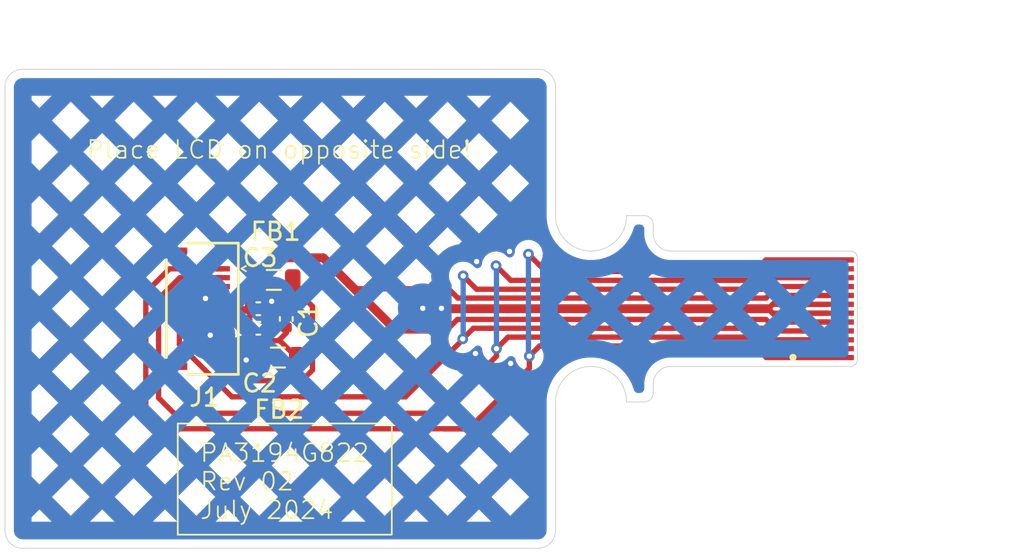
<source format=kicad_pcb>
(kicad_pcb (version 20240108) (generator "pcbnew") (generator_version "8.0")
  (title_block (title "Daughterboard") (date "2024-07-26") (rev "2"))
  (layers (0 "F.Cu" signal) (31 "B.Cu" signal) (34 "B.Paste" user) (35 "F.Paste" user) (36 "B.SilkS" user "B.Silkscreen") (37 "F.SilkS" user "F.Silkscreen") (38 "B.Mask" user) (39 "F.Mask" user) (44 "Edge.Cuts" user))
  (net 0 "")
  (net 1 "/VDDA")
  (net 2 "/VSSA")
  (net 3 "GND")
  (net 4 "/VDD")
  (net 5 "/SPI_CS")
  (net 6 "/SPI_SDI")
  (net 7 "/SPI_CLK")
  (footprint "Capacitor_SMD:C_0402_1005Metric" (layer "F.Cu") (at 118.265 101.1)
    (property "Reference" "C2" (at 0.075 3.1 0) (layer "F.SilkS"))
    (property "Value" "1u")
    (fp_line (start -0.107836 -0.36) (end 0.107836 -0.36) (stroke (width 0.12)) (layer "F.SilkS"))
    (fp_line (start -0.107836 0.36) (end 0.107836 0.36) (stroke (width 0.12)) (layer "F.SilkS"))
    (pad "1" smd roundrect (at -0.48 0) (size 0.56 0.62) (layers "F.Cu" "F.Paste" "F.Mask") (net 4 "/VDD"))
    (pad "2" smd roundrect (at 0.48 0) (size 0.56 0.62) (layers "F.Cu" "F.Paste" "F.Mask") (net 3 "GND"))
  )
  (footprint "Capacitor_SMD:C_0402_1005Metric" (layer "F.Cu") (at 119.84 100.575 90)
    (property "Reference" "C1" (at -0.1 1.25 -90) (layer "F.SilkS"))
    (property "Value" "1u")
    (fp_line (start -0.107836 -0.36) (end 0.107836 -0.36) (stroke (width 0.12)) (layer "F.SilkS"))
    (fp_line (start -0.107836 0.36) (end 0.107836 0.36) (stroke (width 0.12)) (layer "F.SilkS"))
    (pad "1" smd roundrect (at -0.48 0 90) (size 0.56 0.62) (layers "F.Cu" "F.Paste" "F.Mask") (net 2 "/VSSA"))
    (pad "2" smd roundrect (at 0.48 0 90) (size 0.56 0.62) (layers "F.Cu" "F.Paste" "F.Mask") (net 1 "/VDDA"))
  )
  (footprint "Inductor_SMD:L_0805_2012Metric" (layer "F.Cu") (at 119.14 98.375)
    (property "Reference" "FB1" (at 0.1 -2.725 0) (layer "F.SilkS"))
    (property "Value" "2k7")
    (fp_line (start -0.399622 -0.56) (end 0.399622 -0.56) (stroke (width 0.12)) (layer "F.SilkS"))
    (fp_line (start -0.399622 0.56) (end 0.399622 0.56) (stroke (width 0.12)) (layer "F.SilkS"))
    (pad "1" smd roundrect (at -1.0625 0) (size 0.875 1.2) (layers "F.Cu" "F.Paste" "F.Mask") (net 4 "/VDD"))
    (pad "2" smd roundrect (at 1.0625 0) (size 0.875 1.2) (layers "F.Cu" "F.Paste" "F.Mask") (net 1 "/VDDA"))
  )
  (footprint "Tundra_Connectors:Conn-FPC_Hirose-FH34SRJ-10S-0-5SH-50" (layer "F.Cu") (at 115.24 100 -90)
    (property "Reference" "J1" (at 5 0 180) (layer "F.SilkS"))
    (property "Value" "FH34SRJ-10S-0-5SH-50")
    (fp_line (start -2.762317 2.149624) (end 2.745517 2.149624) (stroke (width 0.1524)) (layer "F.SilkS"))
    (fp_line (start 3.7 0.95) (end 3.7 -1.9) (stroke (width 0.1524)) (layer "F.SilkS"))
    (fp_line (start -3.7 -1.9) (end -3.7 0.95) (stroke (width 0.1524)) (layer "F.SilkS"))
    (fp_line (start 3.7 -1.9) (end -3.7 -1.9) (stroke (width 0.1524)) (layer "F.SilkS"))
    (fp_line (start -2.26 -2.08) (end -2.11 -2.33) (stroke (width 0.1)) (layer "F.SilkS"))
    (fp_line (start -2.41 -2.33) (end -2.26 -2.08) (stroke (width 0.1)) (layer "F.SilkS"))
    (pad "1" smd rect (at -2.25 -1.025 270) (size 0.3 0.8) (layers "F.Cu" "F.Paste" "F.Mask") (net 7 "/SPI_CLK"))
    (pad "2" smd rect (at -1.75 -1.025 270) (size 0.3 0.8) (layers "F.Cu" "F.Paste" "F.Mask") (net 6 "/SPI_SDI"))
    (pad "3" smd rect (at -1.25 -1.025 270) (size 0.3 0.8) (layers "F.Cu" "F.Paste" "F.Mask") (net 5 "/SPI_CS"))
    (pad "4" smd rect (at -0.75 -1.025 270) (size 0.3 0.8) (layers "F.Cu" "F.Paste" "F.Mask") (net 3 "GND"))
    (pad "5" smd rect (at -0.25 -1.025 270) (size 0.3 0.8) (layers "F.Cu" "F.Paste" "F.Mask") (net 4 "/VDD"))
    (pad "6" smd rect (at 0.25 -1.025 270) (size 0.3 0.8) (layers "F.Cu" "F.Paste" "F.Mask") (net 1 "/VDDA"))
    (pad "7" smd rect (at 0.75 -1.025 270) (size 0.3 0.8) (layers "F.Cu" "F.Paste" "F.Mask") (net 4 "/VDD"))
    (pad "8" smd rect (at 1.25 -1.025 270) (size 0.3 0.8) (layers "F.Cu" "F.Paste" "F.Mask") (net 3 "GND"))
    (pad "9" smd rect (at 1.75 -1.025 270) (size 0.3 0.8) (layers "F.Cu" "F.Paste" "F.Mask") (net 3 "GND"))
    (pad "10" smd rect (at 2.25 -1.025 270) (size 0.3 0.8) (layers "F.Cu" "F.Paste" "F.Mask") (net 2 "/VSSA"))
    (pad "MP" smd rect (at -3.25 1.475 270) (size 0.4 1) (layers "F.Cu" "F.Paste" "F.Mask"))
    (pad "MP" smd rect (at 3.25 1.475 270) (size 0.4 1) (layers "F.Cu" "F.Paste" "F.Mask"))
  )
  (footprint "Inductor_SMD:L_0805_2012Metric" (layer "F.Cu") (at 119.365 102.75 180)
    (property "Reference" "FB2" (at -0.075 -2.925 180) (layer "F.SilkS"))
    (property "Value" "2k7")
    (fp_line (start -0.399622 0.56) (end 0.399622 0.56) (stroke (width 0.12)) (layer "F.SilkS"))
    (fp_line (start -0.399622 -0.56) (end 0.399622 -0.56) (stroke (width 0.12)) (layer "F.SilkS"))
    (pad "1" smd roundrect (at -1.0625 0 180) (size 0.875 1.2) (layers "F.Cu" "F.Paste" "F.Mask") (net 2 "/VSSA"))
    (pad "2" smd roundrect (at 1.0625 0 180) (size 0.875 1.2) (layers "F.Cu" "F.Paste" "F.Mask") (net 3 "GND"))
  )
  (footprint "Tundra_Connectors:Conn-FPC-CustomCable_01x12" (layer "F.Cu") (at 150.3 100 90)
    (property "Reference" "J2" (hide yes))
    (property "Value" "FPC-CustomCable_01x12")
    (fp_circle (center -2.74 -1.93) (end -2.64 -1.93) (stroke (width 0.2)) (fill none) (layer "F.SilkS"))
    (pad "1" smd rect (at -2.75 0 90) (size 0.3 3) (layers "F.Cu" "F.Paste" "F.Mask") (net 7 "/SPI_CLK"))
    (pad "2" smd rect (at -2.25 0 90) (size 0.3 3) (layers "F.Cu" "F.Paste" "F.Mask") (net 6 "/SPI_SDI"))
    (pad "3" smd rect (at -1.75 0 90) (size 0.3 3) (layers "F.Cu" "F.Paste" "F.Mask") (net 5 "/SPI_CS"))
    (pad "4" smd rect (at -1.25 0 90) (size 0.3 3) (layers "F.Cu" "F.Paste" "F.Mask") (net 4 "/VDD"))
    (pad "5" smd rect (at -0.75 0 90) (size 0.3 3) (layers "F.Cu" "F.Paste" "F.Mask") (net 3 "GND"))
    (pad "6" smd rect (at -0.25 0 90) (size 0.3 3) (layers "F.Cu" "F.Paste" "F.Mask") (net 3 "GND"))
    (pad "7" smd rect (at 0.25 0 90) (size 0.3 3) (layers "F.Cu" "F.Paste" "F.Mask") (net 3 "GND"))
    (pad "8" smd rect (at 0.75 0 90) (size 0.3 3) (layers "F.Cu" "F.Paste" "F.Mask") (net 3 "GND"))
    (pad "9" smd rect (at 1.25 0 90) (size 0.3 3) (layers "F.Cu" "F.Paste" "F.Mask") (net 4 "/VDD"))
    (pad "10" smd rect (at 1.75 0 90) (size 0.3 3) (layers "F.Cu" "F.Paste" "F.Mask") (net 5 "/SPI_CS"))
    (pad "11" smd rect (at 2.25 0 90) (size 0.3 3) (layers "F.Cu" "F.Paste" "F.Mask") (net 6 "/SPI_SDI"))
    (pad "12" smd rect (at 2.75 0 90) (size 0.3 3) (layers "F.Cu" "F.Paste" "F.Mask") (net 7 "/SPI_CLK"))
  )
  (footprint "Capacitor_SMD:C_0402_1005Metric" (layer "F.Cu") (at 118.265 100)
    (property "Reference" "C3" (at 0.1 -2.875 0) (layer "F.SilkS"))
    (property "Value" "560")
    (fp_line (start -0.107836 -0.36) (end 0.107836 -0.36) (stroke (width 0.12)) (layer "F.SilkS"))
    (fp_line (start -0.107836 0.36) (end 0.107836 0.36) (stroke (width 0.12)) (layer "F.SilkS"))
    (pad "1" smd roundrect (at -0.48 0) (size 0.56 0.62) (layers "F.Cu" "F.Paste" "F.Mask") (net 4 "/VDD"))
    (pad "2" smd roundrect (at 0.48 0) (size 0.56 0.62) (layers "F.Cu" "F.Paste" "F.Mask") (net 3 "GND"))
  )
  (gr_rect (start 113.73 106.4675) (end 125.78 112.7325) (stroke (width 0.1)) (fill none) (layer "F.SilkS"))
  (gr_arc (start 104 87.5) (mid 104.292893 86.792893) (end 105 86.5) (stroke (width 0.05)) (layer "Edge.Cuts"))
  (gr_arc (start 141.5 96.75) (mid 140.792893 96.457107) (end 140.5 95.75) (stroke (width 0.05)) (layer "Edge.Cuts"))
  (gr_line (start 141.5 96.75) (end 151.6 96.75) (stroke (width 0.05)) (layer "Edge.Cuts"))
  (gr_line (start 105 86.5) (end 134 86.5) (stroke (width 0.05)) (layer "Edge.Cuts"))
  (gr_line (start 135 112.5) (end 135 105.25) (stroke (width 0.05)) (layer "Edge.Cuts"))
  (gr_line (start 105 113.5) (end 134 113.5) (stroke (width 0.05)) (layer "Edge.Cuts"))
  (gr_arc (start 134 86.5) (mid 134.707107 86.792893) (end 135 87.5) (stroke (width 0.05)) (layer "Edge.Cuts"))
  (gr_arc (start 135 105.25) (mid 137 103.25) (end 139 105.25) (stroke (width 0.05)) (layer "Edge.Cuts"))
  (gr_line (start 152 97.15) (end 152 102.85) (stroke (width 0.05)) (layer "Edge.Cuts"))
  (gr_arc (start 140.5 104.25) (mid 140.792893 103.542893) (end 141.5 103.25) (stroke (width 0.05)) (layer "Edge.Cuts"))
  (gr_arc (start 135 112.5) (mid 134.707107 113.207107) (end 134 113.5) (stroke (width 0.05)) (layer "Edge.Cuts"))
  (gr_arc (start 151.6 96.75) (mid 151.882843 96.867157) (end 152 97.15) (stroke (width 0.05)) (layer "Edge.Cuts"))
  (gr_line (start 135 87.5) (end 135 94.75) (stroke (width 0.05)) (layer "Edge.Cuts"))
  (gr_arc (start 140 94.75) (mid 140.353553 94.896447) (end 140.5 95.25) (stroke (width 0.05)) (layer "Edge.Cuts"))
  (gr_line (start 141.5 103.25) (end 151.6 103.25) (stroke (width 0.05)) (layer "Edge.Cuts"))
  (gr_line (start 139 105.25) (end 140 105.25) (stroke (width 0.05)) (layer "Edge.Cuts"))
  (gr_arc (start 152 102.85) (mid 151.882843 103.132843) (end 151.6 103.25) (stroke (width 0.05)) (layer "Edge.Cuts"))
  (gr_line (start 140.5 95.25) (end 140.5 95.75) (stroke (width 0.05)) (layer "Edge.Cuts"))
  (gr_arc (start 140.5 104.75) (mid 140.353553 105.103553) (end 140 105.25) (stroke (width 0.05)) (layer "Edge.Cuts"))
  (gr_line (start 139 94.75) (end 140 94.75) (stroke (width 0.05)) (layer "Edge.Cuts"))
  (gr_line (start 104 87.5) (end 104 112.5) (stroke (width 0.05)) (layer "Edge.Cuts"))
  (gr_arc (start 105 113.5) (mid 104.292893 113.207107) (end 104 112.5) (stroke (width 0.05)) (layer "Edge.Cuts"))
  (gr_arc (start 139 94.75) (mid 137 96.75) (end 135 94.75) (stroke (width 0.05)) (layer "Edge.Cuts"))
  (gr_line (start 140.5 104.75) (end 140.5 104.25) (stroke (width 0.05)) (layer "Edge.Cuts"))
  (gr_text "Place LCD on opposite side!" (at 108.52 91.62 0) (layer "F.SilkS") (effects (font (size 1 1) (thickness 0.1)) (justify left bottom)))
  (gr_text "PA3194G822\nRev 02\nJuly 2024" (at 114.92 111.93 0) (layer "F.SilkS") (effects (font (size 1 1) (thickness 0.1)) (justify left bottom)))
  (segment (start 116.265 100.25) (end 115.02 100.25) (width 0.3) (layer "F.Cu") (net 1))
  (segment (start 115.02 100.25) (end 114.6 100.67) (width 0.3) (layer "F.Cu") (net 1))
  (segment (start 120.4275 99.0675) (end 120.4275 98.53) (width 0.3) (layer "F.Cu") (net 1))
  (segment (start 119.84 100.225) (end 119.84 99.655) (width 0.3) (layer "F.Cu") (net 1))
  (segment (start 114.6 100.67) (end 114.6 101.82) (width 0.3) (layer "F.Cu") (net 1))
  (segment (start 120.715 104.055) (end 121.315 103.455) (width 0.3) (layer "F.Cu") (net 1))
  (segment (start 121.315 103.455) (end 121.315 99.8675) (width 0.3) (layer "F.Cu") (net 1))
  (segment (start 119.84 99.655) (end 120.4275 99.0675) (width 0.3) (layer "F.Cu") (net 1))
  (segment (start 114.6 101.82) (end 116.835 104.055) (width 0.3) (layer "F.Cu") (net 1))
  (segment (start 116.835 104.055) (end 120.715 104.055) (width 0.3) (layer "F.Cu") (net 1))
  (segment (start 121.315 99.8675) (end 120.1275 98.68) (width 0.3) (layer "F.Cu") (net 1))
  (segment (start 119.84 101.3675) (end 119.48375 101.72375) (width 0.3) (layer "F.Cu") (net 2))
  (segment (start 119.4075 101.8) (end 119.48375 101.72375) (width 0.3) (layer "F.Cu") (net 2))
  (segment (start 116.265 102.25) (end 116.91 102.25) (width 0.3) (layer "F.Cu") (net 2))
  (segment (start 117.36 101.8) (end 119.4075 101.8) (width 0.3) (layer "F.Cu") (net 2))
  (segment (start 116.91 102.25) (end 117.36 101.8) (width 0.3) (layer "F.Cu") (net 2))
  (segment (start 119.4075 101.8) (end 119.4775 101.8) (width 0.3) (layer "F.Cu") (net 2))
  (segment (start 119.4775 101.8) (end 120.4275 102.75) (width 0.3) (layer "F.Cu") (net 2))
  (segment (start 119.84 101.185) (end 119.84 101.3675) (width 0.3) (layer "F.Cu") (net 2))
  (segment (start 117.595 102.905) (end 117.58 102.89) (width 0.3) (layer "F.Cu") (net 3))
  (segment (start 118.745 99.85) (end 119.015 99.58) (width 0.3) (layer "F.Cu") (net 3))
  (segment (start 129.41 100) (end 146.975 100) (width 0.5) (layer "F.Cu") (net 3))
  (segment (start 116.265 101.75) (end 115.82 101.75) (width 0.3) (layer "F.Cu") (net 3))
  (segment (start 116.265 99.25) (end 115.46 99.25) (width 0.3) (layer "F.Cu") (net 3))
  (segment (start 146.975 100) (end 147.725 99.25) (width 0.3) (layer "F.Cu") (net 3))
  (segment (start 147.725 100.75) (end 147.075 100.1) (width 0.3) (layer "F.Cu") (net 3))
  (segment (start 116.265 101.25) (end 115.8 101.25) (width 0.3) (layer "F.Cu") (net 3))
  (segment (start 118.745 99.96) (end 118.745 100.18) (width 0.3) (layer "F.Cu") (net 3))
  (segment (start 150.3 100.75) (end 147.725 100.75) (width 0.3) (layer "F.Cu") (net 3))
  (segment (start 118.0775 103.0675) (end 118.0775 102.905) (width 0.3) (layer "F.Cu") (net 3))
  (segment (start 118.745 99.96) (end 118.745 99.85) (width 0.3) (layer "F.Cu") (net 3))
  (segment (start 128.6 100) (end 129.41 100) (width 0.5) (layer "F.Cu") (net 3))
  (segment (start 115.8 101.25) (end 115.56 101.49) (width 0.3) (layer "F.Cu") (net 3))
  (segment (start 115.82 101.75) (end 115.56 101.49) (width 0.3) (layer "F.Cu") (net 3))
  (segment (start 117.69 102.905) (end 117.595 102.905) (width 0.3) (layer "F.Cu") (net 3))
  (segment (start 150.3 100.25) (end 147.225 100.25) (width 0.3) (layer "F.Cu") (net 3))
  (segment (start 150.3 99.75) (end 147.225 99.75) (width 0.3) (layer "F.Cu") (net 3))
  (segment (start 147.225 100.25) (end 146.975 100) (width 0.3) (layer "F.Cu") (net 3))
  (segment (start 118.3025 102.75) (end 117.72 102.75) (width 0.3) (layer "F.Cu") (net 3))
  (segment (start 117.69 102.905) (end 118.0775 102.905) (width 0.3) (layer "F.Cu") (net 3))
  (segment (start 147.725 99.25) (end 150.3 99.25) (width 0.3) (layer "F.Cu") (net 3))
  (segment (start 117.72 102.75) (end 117.58 102.89) (width 0.3) (layer "F.Cu") (net 3))
  (segment (start 147.225 100.25) (end 147.075 100.1) (width 0.3) (layer "F.Cu") (net 3))
  (segment (start 147.225 99.75) (end 146.975 100) (width 0.3) (layer "F.Cu") (net 3))
  (segment (start 147.075 100.1) (end 146.975 100) (width 0.3) (layer "F.Cu") (net 3))
  (segment (start 118.745 100) (end 118.745 101.1) (width 0.3) (layer "F.Cu") (net 3))
  (segment (start 115.46 99.25) (end 115.29 99.42) (width 0.3) (layer "F.Cu") (net 3))
  (segment (start 127.55 100) (end 127.525 99.975) (width 0.5) (layer "F.Cu") (net 3))
  (segment (start 129.41 100) (end 127.55 100) (width 0.5) (layer "F.Cu") (net 3))
  (segment (start 128.575 99.975) (end 128.6 100) (width 0.5) (layer "F.Cu") (net 3))
  (via (at 119.015 99.58) (size 0.6) (drill 0.3) (layers "F.Cu" "B.Cu") (net 3))
  (via (at 130.56 97.34) (size 0.6) (drill 0.3) (layers "F.Cu" "B.Cu") (net 3))
  (via (at 115.29 99.42) (size 0.6) (drill 0.3) (layers "F.Cu" "B.Cu") (net 3))
  (via (at 127.525 99.975) (size 0.6) (drill 0.3) (layers "F.Cu" "B.Cu") (net 3))
  (via (at 130.49 102.52) (size 0.6) (drill 0.3) (layers "F.Cu" "B.Cu") (net 3))
  (via (at 132.41 96.77) (size 0.6) (drill 0.3) (layers "F.Cu" "B.Cu") (net 3))
  (via (at 128.575 99.975) (size 0.6) (drill 0.3) (layers "F.Cu" "B.Cu") (net 3))
  (via (at 117.58 102.89) (size 0.6) (drill 0.3) (layers "F.Cu" "B.Cu") (net 3))
  (via (at 115.56 101.49) (size 0.6) (drill 0.3) (layers "F.Cu" "B.Cu") (net 3))
  (via (at 132.47 103.08) (size 0.6) (drill 0.3) (layers "F.Cu" "B.Cu") (net 3))
  (segment (start 129.475 100.6) (end 128.825 101.25) (width 0.3) (layer "F.Cu") (net 4))
  (segment (start 128.825 101.25) (end 126.045 101.25) (width 0.3) (layer "F.Cu") (net 4))
  (segment (start 150.3 101.25) (end 147.5 101.25) (width 0.3) (layer "F.Cu") (net 4))
  (segment (start 116.82 100.75) (end 117.57 100) (width 0.3) (layer "F.Cu") (net 4))
  (segment (start 150.3 98.75) (end 147.5 98.75) (width 0.3) (layer "F.Cu") (net 4))
  (segment (start 123.4375 98.6425) (end 126 101.205) (width 0.5) (layer "F.Cu") (net 4))
  (segment (start 147.5 98.75) (end 146.85 99.4) (width 0.3) (layer "F.Cu") (net 4))
  (segment (start 121.925 97.13) (end 119.09 97.13) (width 0.5) (layer "F.Cu") (net 4))
  (segment (start 146.85 99.4) (end 129.5 99.4) (width 0.3) (layer "F.Cu") (net 4))
  (segment (start 126.045 101.25) (end 126 101.205) (width 0.3) (layer "F.Cu") (net 4))
  (segment (start 128.975 98.875) (end 123.67 98.875) (width 0.3) (layer "F.Cu") (net 4))
  (segment (start 146.85 100.6) (end 129.475 100.6) (width 0.3) (layer "F.Cu") (net 4))
  (segment (start 117.785 100) (end 117.785 99.355) (width 0.5) (layer "F.Cu") (net 4))
  (segment (start 119.09 97.13) (end 118.0775 98.1425) (width 0.5) (layer "F.Cu") (net 4))
  (segment (start 129.5 99.4) (end 128.975 98.875) (width 0.3) (layer "F.Cu") (net 4))
  (segment (start 116.265 100.75) (end 116.82 100.75) (width 0.3) (layer "F.Cu") (net 4))
  (segment (start 118.0775 99.0625) (end 118.0775 98.375) (width 0.5) (layer "F.Cu") (net 4))
  (segment (start 123.67 98.875) (end 123.4375 98.6425) (width 0.3) (layer "F.Cu") (net 4))
  (segment (start 147.5 101.25) (end 146.85 100.6) (width 0.3) (layer "F.Cu") (net 4))
  (segment (start 116.265 99.75) (end 116.82 99.75) (width 0.3) (layer "F.Cu") (net 4))
  (segment (start 117.785 99.355) (end 118.0775 99.0625) (width 0.5) (layer "F.Cu") (net 4))
  (segment (start 117.57 100) (end 117.785 100) (width 0.3) (layer "F.Cu") (net 4))
  (segment (start 116.82 99.75) (end 117.07 100) (width 0.3) (layer "F.Cu") (net 4))
  (segment (start 117.785 101.28) (end 117.785 100.18) (width 0.3) (layer "F.Cu") (net 4))
  (segment (start 117.07 100) (end 117.57 100) (width 0.3) (layer "F.Cu") (net 4))
  (segment (start 123.4375 98.6425) (end 121.925 97.13) (width 0.5) (layer "F.Cu") (net 4))
  (segment (start 118.0775 98.1425) (end 118.0775 98.375) (width 0.5) (layer "F.Cu") (net 4))
  (segment (start 116.775 104.965) (end 126.55 104.965) (width 0.3) (layer "F.Cu") (net 5))
  (segment (start 130.55 98.9) (end 129.8 98.15) (width 0.3) (layer "F.Cu") (net 5))
  (segment (start 131.35 101.1) (end 146.642894 101.1) (width 0.3) (layer "F.Cu") (net 5))
  (segment (start 130.375 101.1) (end 129.775 101.7) (width 0.3) (layer "F.Cu") (net 5))
  (segment (start 114.74 98.75) (end 113.82 99.67) (width 0.3) (layer "F.Cu") (net 5))
  (segment (start 147.292894 101.75) (end 146.642894 101.1) (width 0.3) (layer "F.Cu") (net 5))
  (segment (start 113.82 102.01) (end 116.775 104.965) (width 0.3) (layer "F.Cu") (net 5))
  (segment (start 150.3 101.75) (end 147.292894 101.75) (width 0.3) (layer "F.Cu") (net 5))
  (segment (start 113.82 99.67) (end 113.82 102.01) (width 0.3) (layer "F.Cu") (net 5))
  (segment (start 150.3 98.25) (end 147.275 98.25) (width 0.3) (layer "F.Cu") (net 5))
  (segment (start 131.35 101.1) (end 131.275 101.1) (width 0.3) (layer "F.Cu") (net 5))
  (segment (start 146.625 98.9) (end 130.55 98.9) (width 0.3) (layer "F.Cu") (net 5))
  (segment (start 131.35 101.1) (end 130.375 101.1) (width 0.3) (layer "F.Cu") (net 5))
  (segment (start 126.55 104.965) (end 129.75 101.765) (width 0.3) (layer "F.Cu") (net 5))
  (segment (start 147.275 98.25) (end 146.625 98.9) (width 0.3) (layer "F.Cu") (net 5))
  (segment (start 116.265 98.75) (end 114.74 98.75) (width 0.3) (layer "F.Cu") (net 5))
  (via (at 129.8 98.15) (size 0.6) (drill 0.3) (layers "F.Cu" "B.Cu") (net 5))
  (via (at 129.775 101.7) (size 0.6) (drill 0.3) (layers "F.Cu" "B.Cu") (net 5))
  (segment (start 129.8 98.15) (end 129.8 101.675) (width 0.3) (layer "B.Cu") (net 5))
  (segment (start 129.8 101.675) (end 129.775 101.7) (width 0.3) (layer "B.Cu") (net 5))
  (segment (start 146.425 101.6) (end 132.325 101.6) (width 0.3) (layer "F.Cu") (net 6))
  (segment (start 150.3 102.25) (end 147.075 102.25) (width 0.3) (layer "F.Cu") (net 6))
  (segment (start 128.46 105.89) (end 113.515 105.89) (width 0.3) (layer "F.Cu") (net 6))
  (segment (start 112.65 105.025) (end 113.515 105.89) (width 0.3) (layer "F.Cu") (net 6))
  (segment (start 128.46 105.89) (end 131.675 102.675) (width 0.3) (layer "F.Cu") (net 6))
  (segment (start 146.4 98.4) (end 147.05 97.75) (width 0.3) (layer "F.Cu") (net 6))
  (segment (start 150.3 97.75) (end 147.05 97.75) (width 0.3) (layer "F.Cu") (net 6))
  (segment (start 131.65 97.575) (end 132.475 98.4) (width 0.3) (layer "F.Cu") (net 6))
  (segment (start 116.265 98.25) (end 113.84 98.25) (width 0.3) (layer "F.Cu") (net 6))
  (segment (start 131.675 102.675) (end 131.675 102.25) (width 0.3) (layer "F.Cu") (net 6))
  (segment (start 132.475 98.4) (end 146.4 98.4) (width 0.3) (layer "F.Cu") (net 6))
  (segment (start 147.075 102.25) (end 146.425 101.6) (width 0.3) (layer "F.Cu") (net 6))
  (segment (start 132.325 101.6) (end 131.675 102.25) (width 0.3) (layer "F.Cu") (net 6))
  (segment (start 113.84 98.25) (end 112.65 99.44) (width 0.3) (layer "F.Cu") (net 6))
  (segment (start 112.65 99.44) (end 112.65 105.025) (width 0.3) (layer "F.Cu") (net 6))
  (via (at 131.65 97.575) (size 0.6) (drill 0.3) (layers "F.Cu" "B.Cu") (net 6))
  (via (at 131.675 102.25) (size 0.6) (drill 0.3) (layers "F.Cu" "B.Cu") (net 6))
  (segment (start 131.675 102.25) (end 131.675 97.6) (width 0.3) (layer "B.Cu") (net 6))
  (segment (start 131.65 102.225) (end 131.675 102.25) (width 0.3) (layer "B.Cu") (net 6))
  (segment (start 131.675 97.6) (end 131.65 97.575) (width 0.3) (layer "B.Cu") (net 6))
  (segment (start 133.525 103.355) (end 130.115 106.765) (width 0.3) (layer "F.Cu") (net 7))
  (segment (start 116.265 97.75) (end 113.26 97.75) (width 0.3) (layer "F.Cu") (net 7))
  (segment (start 111.93 99.08) (end 111.93 105.605) (width 0.3) (layer "F.Cu") (net 7))
  (segment (start 113.26 97.75) (end 111.93 99.08) (width 0.3) (layer "F.Cu") (net 7))
  (segment (start 130.115 106.765) (end 129.16 106.765) (width 0.3) (layer "F.Cu") (net 7))
  (segment (start 128.75 106.765) (end 129.855 106.765) (width 0.3) (layer "F.Cu") (net 7))
  (segment (start 146.867894 102.75) (end 146.217894 102.1) (width 0.3) (layer "F.Cu") (net 7))
  (segment (start 133.475 96.925) (end 134.45 97.9) (width 0.3) (layer "F.Cu") (net 7))
  (segment (start 146.192894 97.9) (end 146.842894 97.25) (width 0.3) (layer "F.Cu") (net 7))
  (segment (start 113.09 106.765) (end 128.75 106.765) (width 0.3) (layer "F.Cu") (net 7))
  (segment (start 150.3 102.75) (end 146.867894 102.75) (width 0.3) (layer "F.Cu") (net 7))
  (segment (start 146.842894 97.25) (end 150.3 97.25) (width 0.3) (layer "F.Cu") (net 7))
  (segment (start 134.1 102.1) (end 133.525 102.675) (width 0.3) (layer "F.Cu") (net 7))
  (segment (start 133.525 102.675) (end 133.525 103.355) (width 0.3) (layer "F.Cu") (net 7))
  (segment (start 111.93 105.605) (end 113.09 106.765) (width 0.3) (layer "F.Cu") (net 7))
  (segment (start 134.1 102.1) (end 146.217894 102.1) (width 0.3) (layer "F.Cu") (net 7))
  (segment (start 146.192894 97.9) (end 134.45 97.9) (width 0.3) (layer "F.Cu") (net 7))
  (segment (start 128.75 106.765) (end 129.16 106.765) (width 0.3) (layer "F.Cu") (net 7))
  (via (at 133.525 102.675) (size 0.6) (drill 0.3) (layers "F.Cu" "B.Cu") (net 7))
  (via (at 133.475 96.925) (size 0.6) (drill 0.3) (layers "F.Cu" "B.Cu") (net 7))
  (segment (start 133.475 96.925) (end 133.475 102.625) (width 0.3) (layer "B.Cu") (net 7))
  (segment (start 133.475 102.625) (end 133.525 102.675) (width 0.3) (layer "B.Cu") (net 7))
  (zone (net 3) (net_name "GND") (layer "B.Cu") (connect_pads (clearance 0.5)) (min_thickness 0.5) (fill yes (mode hatch) (thermal_gap 0.5) (thermal_bridge_width 0.5) (hatch_thickness 1) (hatch_gap 1.5) (hatch_orientation 45) (hatch_border_algorithm hatch_thickness) (hatch_min_hole_area 0.3))
    (polygon (pts (xy 103.74 86.16) (xy 135.18 86.25) (xy 135.16 94.44) (xy 152.44 94.68) (xy 152.48 105.48) (xy 135.16 105.37) (xy 135.15 113.79) (xy 103.72 113.88)))
  )
)
</source>
